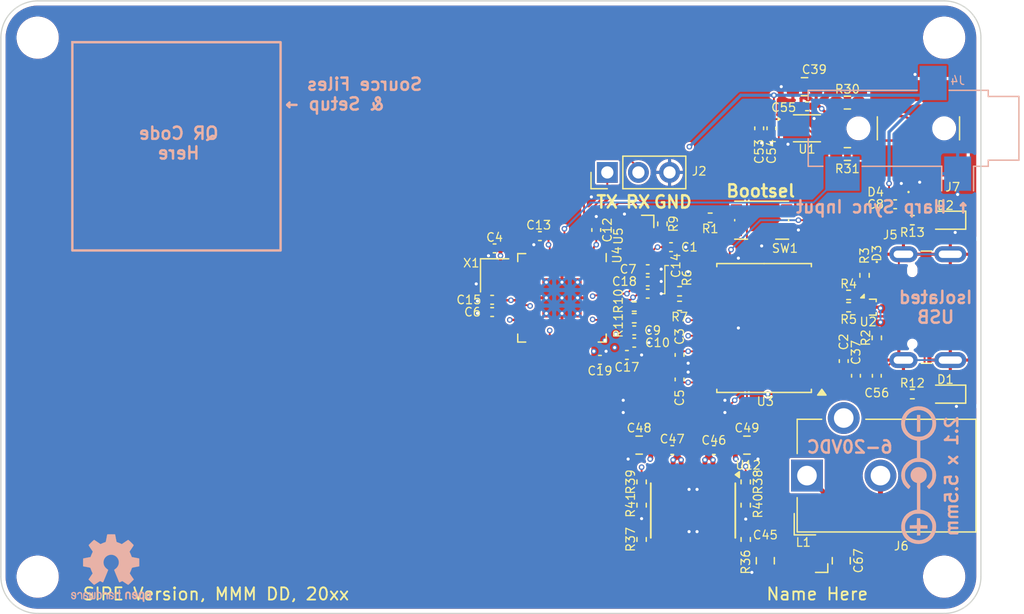
<source format=kicad_pcb>
(kicad_pcb (version 20240108) (generator "pcbnew") (generator_version "8.0")
  (layers (0 "F.Cu" signal) (1 "In1.Cu" power) (2 "In2.Cu" power) (31 "B.Cu" signal) (34 "B.Paste" user) (35 "F.Paste" user) (36 "B.SilkS" user "B.Silkscreen") (37 "F.SilkS" user "F.Silkscreen") (38 "B.Mask" user) (39 "F.Mask" user) (44 "Edge.Cuts" user))
  (net 0 "")
  (net 1 "GND")
  (net 2 "GND1")
  (net 3 "/Harp Core RP2040 + Isolated USB/VDD1")
  (net 4 "+1V1")
  (net 5 "+5V")
  (net 6 "IN1")
  (net 7 "Net-(U12-BYP1)")
  (net 8 "Net-(U12-BYP2)")
  (net 9 "Net-(D1-A)")
  (net 10 "Net-(D2-A)")
  (net 11 "/Harp Core RP2040 + Isolated USB/UART0_TXD")
  (net 12 "/Harp Core RP2040 + Isolated USB/UART0_RXD")
  (net 13 "/Harp Core RP2040 + Isolated USB/HARP_CLK_SYNC")
  (net 14 "VBUS")
  (net 15 "Net-(J5-CC1)")
  (net 16 "/Harp Core RP2040 + Isolated USB/D+")
  (net 17 "/Harp Core RP2040 + Isolated USB/D-")
  (net 19 "Net-(J5-CC2)")
  (net 21 "+12V")
  (net 22 "GND2")
  (net 24 "Net-(J7-In)")
  (net 25 "/Harp Core RP2040 + Isolated USB/USB_Boot")
  (net 26 "/Harp Core RP2040 + Isolated USB/QSPI_CS")
  (net 27 "Net-(U3-UD+)")
  (net 28 "Net-(U3-UD-)")
  (net 29 "Net-(U3-DD+)")
  (net 30 "/Harp Core RP2040 + Isolated USB/DD+")
  (net 31 "Net-(U3-DD-)")
  (net 32 "/Harp Core RP2040 + Isolated USB/DD-")
  (net 33 "Net-(U4-USB_DP)")
  (net 34 "Net-(U4-USB_DM)")
  (net 35 "Net-(U4-GPIO24)")
  (net 36 "Net-(U4-GPIO25)")
  (net 37 "/100KHz Sine Wave/100KHZ_IN")
  (net 38 "Net-(U12-PWRGD1)")
  (net 39 "Net-(U12-PWRGD2)")
  (net 40 "Net-(U12-ADJ1)")
  (net 41 "Net-(U12-ADJ2)")
  (net 42 "/Harp Core RP2040 + Isolated USB/PIO_SCK")
  (net 43 "/Harp Core RP2040 + Isolated USB/PIO_POCI")
  (net 44 "/Harp Core RP2040 + Isolated USB/PIO_CS")
  (net 45 "/Harp Core RP2040 + Isolated USB/FREQ_SEL_DIP")
  (net 46 "/Harp Core RP2040 + Isolated USB/GAIN_SEL_DIP")
  (net 58 "/Harp Core RP2040 + Isolated USB/TTL_OUT")
  (net 63 "/Harp Core RP2040 + Isolated USB/QSPI_D3")
  (net 64 "/Harp Core RP2040 + Isolated USB/QSPI_CLK")
  (net 65 "/Harp Core RP2040 + Isolated USB/QSPI_D0")
  (net 66 "/Harp Core RP2040 + Isolated USB/QSPI_D2")
  (net 67 "/Harp Core RP2040 + Isolated USB/QSPI_D1")
  (net 69 "Net-(U1-1B)")
  (net 70 "Net-(U1-2B)")
  (net 71 "/100KHz Sine Wave/125KHZ_IN")
  (net 73 "Net-(U4-XIN)")
  (net 78 "GAIN_SEL")
  (net 79 "+3.3V")
  (net 80 "FREQ_SEL")
  (footprint "Capacitor_SMD:C_0402_1005Metric" (layer "F.Cu") (at 145 93.4)
    (property "Reference" "C6")
    (property "Value" "100nF" (hide yes))
  )
  (footprint "LED_SMD:LED_0603_1608Metric_Pad1.05x0.95mm_HandSolder" (layer "F.Cu") (at 182 100.1 180)
    (property "Reference" "D1")
    (property "Value" "LED" (hide yes))
  )
  (footprint "Capacitor_SMD:C_0402_1005Metric" (layer "F.Cu") (at 153.8 97.3 180)
    (property "Reference" "C19")
    (property "Value" "100nF" (hide yes))
  )
  (footprint "Resistor_SMD:R_0402_1005Metric" (layer "F.Cu") (at 165.7 109.1625 90)
    (property "Reference" "R40")
    (property "Value" "100K" (hide yes))
  )
  (footprint "Capacitor_SMD:C_0402_1005Metric" (layer "F.Cu") (at 156.6 94.9)
    (property "Reference" "C9")
    (property "Value" "1uF" (hide yes))
  )
  (footprint "Connector_BarrelJack:BarrelJack_CUI_PJ-102AH_Horizontal" (layer "F.Cu") (at 170.7 106.75 90)
    (property "Reference" "J6")
    (property "Value" "Barrel_Jack_Switch" (hide yes))
  )
  (footprint "Capacitor_SMD:C_0805_2012Metric" (layer "F.Cu") (at 167.3 113.7 -90)
    (property "Reference" "C45")
    (property "Value" "3.3uF" (hide yes))
  )
  (footprint "Resistor_SMD:R_0402_1005Metric" (layer "F.Cu") (at 165.7 107.2625 -90)
    (property "Reference" "R38")
    (property "Value" "309K" (hide yes))
  )
  (footprint "Capacitor_SMD:C_0402_1005Metric" (layer "F.Cu") (at 148.9 87.2)
    (property "Reference" "C13")
    (property "Value" "100nF" (hide yes))
  )
  (footprint "Resistor_SMD:R_0402_1005Metric" (layer "F.Cu") (at 156.6 93.9)
    (property "Reference" "R11")
    (property "Value" "27" (hide yes))
  )
  (footprint "Capacitor_SMD:C_0402_1005Metric" (layer "F.Cu") (at 177.9 84.6)
    (property "Reference" "C8")
    (property "Value" "1uF" (hide yes))
  )
  (footprint "Package_TO_SOT_SMD:Texas_DRT-3" (layer "F.Cu") (at 175.8 93 -90)
    (property "Reference" "U2")
    (property "Value" "TPD2EUSB30" (hide yes))
  )
  (footprint "Resistor_SMD:R_0402_1005Metric" (layer "F.Cu") (at 157.2 107.2625 -90)
    (property "Reference" "R39")
    (property "Value" "172K" (hide yes))
  )
  (footprint "Capacitor_SMD:C_0402_1005Metric" (layer "F.Cu") (at 176.4 98.6 90)
    (property "Reference" "C56")
    (property "Value" "1uF" (hide yes))
  )
  (footprint "Capacitor_SMD:C_0402_1005Metric" (layer "F.Cu") (at 167.8 78.4 90)
    (property "Reference" "C54")
    (property "Value" "100nF" (hide yes))
  )
  (footprint "Resistor_SMD:R_0402_1005Metric" (layer "F.Cu") (at 175.4 90.4 90)
    (property "Reference" "R3")
    (property "Value" "5K1" (hide yes))
  )
  (footprint "Package_SO:VSSOP-8_2.3x2mm_P0.5mm" (layer "F.Cu") (at 170.7 78.4)
    (property "Reference" "U1")
    (property "Value" "74LVCH2T45DC" (hide yes))
  )
  (footprint "MountingHole:MountingHole_3.2mm_M3_DIN965" (layer "F.Cu") (at 181.9 115)
    (property "Reference" "REF**" (hide yes))
    (property "Value" "MountingHole_3.2mm_M3_DIN965" (hide yes))
  )
  (footprint "kicad_component_library:RP2040-QFN-56" (layer "F.Cu") (at 150.7 92.2375 -90)
    (property "Reference" "U4")
    (property "Value" "RP2040" (hide yes))
  )
  (footprint "MountingHole:MountingHole_3.2mm_M3_DIN965" (layer "F.Cu") (at 181.9 71)
    (property "Reference" "REF**" (hide yes))
    (property "Value" "MountingHole_3.2mm_M3_DIN965" (hide yes))
  )
  (footprint "Capacitor_SMD:C_0402_1005Metric" (layer "F.Cu") (at 160.3 96.9 90)
    (property "Reference" "C3")
    (property "Value" "100nF" (hide yes))
  )
  (footprint "Resistor_SMD:R_0603_1608Metric_Pad0.98x0.95mm_HandSolder" (layer "F.Cu") (at 174 76.3)
    (property "Reference" "R30")
    (property "Value" "100" (hide yes))
  )
  (footprint "Connector_USB:USB_C_Receptacle_JAE_DX07S016JA1R1500" (layer "F.Cu") (at 181.25 93 90)
    (property "Reference" "J5")
    (property "Value" "USB_C_Receptacle_USB2.0" (hide yes))
  )
  (footprint "Resistor_SMD:R_0402_1005Metric" (layer "F.Cu") (at 160.3 92.9 180)
    (property "Reference" "R7")
    (property "Value" "24" (hide yes))
  )
  (footprint "kicad_component_library:SW_Push_1P1T-SH_NO_Vertical_Wuerth_WS-TASV" (layer "F.Cu") (at 167 85.9 180)
    (property "Reference" "SW1")
    (property "Value" "~" (hide yes))
  )
  (footprint "Capacitor_SMD:C_0402_1005Metric" (layer "F.Cu") (at 173.7 97.4 90)
    (property "Reference" "C2")
    (property "Value" "100nF" (hide yes))
  )
  (footprint "MountingHole:MountingHole_3.2mm_M3_DIN965" (layer "F.Cu") (at 107.9 71)
    (property "Reference" "REF**" (hide yes))
    (property "Value" "MountingHole_3.2mm_M3_DIN965" (hide yes))
  )
  (footprint "Crystal:Crystal_SMD_2016-4Pin_2.0x1.6mm" (layer "F.Cu") (at 145.2 90.4 -90)
    (property "Reference" "X1")
    (property "Value" "ECS-TXO-2016" (hide yes))
  )
  (footprint "Resistor_SMD:R_0402_1005Metric" (layer "F.Cu") (at 160.3 91.7 180)
    (property "Reference" "R6")
    (property "Value" "24" (hide yes))
  )
  (footprint "Resistor_SMD:R_0402_1005Metric" (layer "F.Cu") (at 179.3 100.1)
    (property "Reference" "R12")
    (property "Value" "680" (hide yes))
  )
  (footprint "Diode_SMD:D_0402_1005Metric" (layer "F.Cu") (at 176.4 90.4 -90)
    (property "Reference" "D3")
    (property "Value" "D_TVS" (hide yes))
  )
  (footprint "Capacitor_SMD:C_0402_1005Metric" (layer "F.Cu") (at 157.7 91.9 180)
    (property "Reference" "C14")
    (property "Value" "100nF" (hide yes))
  )
  (footprint "MountingHole:MountingHole_3.2mm_M3_DIN965" (layer "F.Cu") (at 107.9 115)
    (property "Reference" "REF**" (hide yes))
    (property "Value" "MountingHole_3.2mm_M3_DIN965" (hide yes))
  )
  (footprint "Resistor_SMD:R_0402_1005Metric" (layer "F.Cu") (at 174.1 92 180)
    (property "Reference" "R4")
    (property "Value" "24" (hide yes))
  )
  (footprint "LED_SMD:LED_0603_1608Metric_Pad1.05x0.95mm_HandSolder" (layer "F.Cu") (at 182 85.9 180)
    (property "Reference" "D2")
    (property "Value" "LED" (hide yes))
  )
  (footprint "Capacitor_SMD:C_0402_1005Metric" (layer "F.Cu") (at 157.7 90.9 180)
    (property "Reference" "C18")
    (property "Value" "100nF" (hide yes))
  )
  (footprint "Capacitor_SMD:C_0402_1005Metric" (layer "F.Cu") (at 156.6 95.9)
    (property "Reference" "C10")
    (property "Value" "1uF" (hide yes))
  )
  (footprint "Resistor_SMD:R_0402_1005Metric" (layer "F.Cu") (at 174.1 93 180)
    (property "Reference" "R5")
    (property "Value" "24" (hide yes))
  )
  (footprint "Capacitor_SMD:C_0805_2012Metric" (layer "F.Cu") (at 157 104.2625 180)
    (property "Reference" "C48")
    (property "Value" "10uF" (hide yes))
  )
  (footprint "Capacitor_SMD:C_0402_1005Metric" (layer "F.Cu") (at 174.7 98.6 -90)
    (property "Reference" "C37")
    (property "Value" "100nF" (hide yes))
  )
  (footprint "Resistor_SMD:R_0402_1005Metric" (layer "F.Cu") (at 158.9 86.2 -90)
    (property "Reference" "R9")
    (property "Value" "10K" (hide yes))
  )
  (footprint "Fiducial:Fiducial_0.5mm_Mask1mm" (layer "F.Cu") (at 177.9 115)
    (property "Reference" "FID2" (hide yes))
    (property "Value" "Fiducial" (hide yes))
  )
  (footprint "Capacitor_SMD:C_0402_1005Metric" (layer "F.Cu") (at 159.6 88.1 180)
    (property "Reference" "C1")
    (property "Value" "100nF" (hide yes))
  )
  (footprint "Capacitor_SMD:C_0805_2012Metric" (layer "F.Cu") (at 170.5 75 180)
    (property "Reference" "C39")
    (property "Value" "10uF" (hide yes))
  )
  (footprint "Resistor_SMD:R_0402_1005Metric" (layer "F.Cu") (at 157.2 109.1625 90)
    (property "Reference" "R41")
    (property "Value" "100K" (hide yes))
  )
  (footprint "Capacitor_SMD:C_0402_1005Metric" (layer "F.Cu") (at 153.5 86.7 -90)
    (property "Reference" "C12")
    (property "Value" "100nF" (hide yes))
  )
  (footprint "Capacitor_SMD:C_0402_1005Metric" (layer "F.Cu") (at 145 92.4)
    (property "Reference" "C15")
    (property "Value" "100nF" (hide yes))
  )
  (footprint "Package_SO:SOIC-16W_7.5x10.3mm_P1.27mm" (layer "F.Cu") (at 167.2 94.7 180)
    (property "Reference" "U3")
    (property "Value" "ADUM4160" (hide yes))
  )
  (footprint "Capacitor_SMD:C_0402_1005Metric" (layer "F.Cu") (at 163.1 104.6625)
    (property "Reference" "C46")
    (property "Value" "10nF" (hide yes))
  )
  (footprint "Capacitor_SMD:C_0402_1005Metric" (layer "F.Cu") (at 170.7 76.6)
    (property "Reference" "C55")
    (property "Value" "100nF" (hide yes))
  )
  (footprint "Capacitor_SMD:C_0402_1005Metric" (layer "F.Cu") (at 159.7 104.6625 180)
    (property "Reference" "C47")
    (property "Value" "10nF" (hide yes))
  )
  (footprint "kicad_component_library:SMA_TE_Connectivity_CONSMA002-SMD-G-T_Horizontal" (layer "F.Cu") (at 179.8 78.4 180)
    (property "Reference" "J7")
    (property "Value" "Conn_Coaxial" (hide yes))
  )
  (footprint "Resistor_SMD:R_0402_1005Metric" (layer "F.Cu") (at 157.2 111.9625 90)
    (property "Reference" "R37")
    (property "Value" "1M" (hide yes))
  )
  (footprint "Resistor_SMD:R_0402_1005Metric" (layer "F.Cu") (at 156.6 92.95)
    (property "Reference" "R10")
    (property "Value" "27" (hide yes))
  )
  (footprint "Capacitor_SMD:C_0402_1005Metric" (layer "F.Cu") (at 156 96.9 180)
    (property "Reference" "C17")
    (property "Value" "100nF" (hide yes))
  )
  (footprint "Resistor_SMD:R_0402_1005Metric" (layer "F.Cu") (at 179.3 85.9)
    (property "Reference" "R13")
    (property "Value" "680" (hide yes))
  )
  (footprint "Diode_SMD:D_0402_1005Metric" (layer "F.Cu") (at 177.9 83.6 180)
    (property "Reference" "D4")
    (property "Value" "D_TVS" (hide yes))
  )
  (footprint "Resistor_SMD:R_0402_1005Metric" (layer "F.Cu") (at 176.4 95.5 -90)
    (property "Reference" "R2")
    (property "Value" "5K1" (hide yes))
  )
  (footprint "Package_SO:ETSSOP-20-1EP_4.4x6.5mm_P0.65mm_EP3x4.2mm" (layer "F.Cu") (at 161.4 109.6 -90)
    (property "Reference" "U12")
    (property "Value" "LT3030" (hide yes))
  )
  (footprint "Capacitor_SMD:C_0805_2012Metric" (layer "F.Cu") (at 173.5 113.7 -90)
    (property "Reference" "C67")
    (property "Value" "3.3uF" (hide yes))
  )
  (footprint "Capacitor_SMD:C_0402_1005Metric" (layer "F.Cu") (at 166.8 78.4 -90)
    (property "Reference" "C53")
    (property "Value" "1uF" (hide yes))
  )
  (footprint "Capacitor_SMD:C_0402_1005Metric" (layer "F.Cu") (at 160.3 98.9 -90)
    (property "Reference" "C5")
    (property "Value" "100nF" (hide yes))
  )
  (footprint "Resistor_SMD:R_0603_1608Metric_Pad0.98x0.95mm_HandSolder" (layer "F.Cu") (at 174 80.5)
    (property "Reference" "R31")
    (property "Value" "100" (hide yes))
  )
  (footprint "Resistor_SMD:R_0402_1005Metric" (layer "F.Cu") (at 165.7 111.9625 90)
    (property "Reference" "R36")
    (property "Value" "1M" (hide yes))
  )
  (footprint "Capacitor_SMD:C_0805_2012Metric" (layer "F.Cu") (at 165.8 104.2625)
    (property "Reference" "C49")
    (property "Value" "22uF" (hide yes))
  )
  (footprint "Connector_PinHeader_2.54mm:PinHeader_1x03_P2.54mm_Vertical" (layer "F.Cu") (at 154.4 82 90)
    (property "Reference" "J2")
    (property "Value" "Conn_01x03_Male" (hide yes))
  )
  (footprint "Fiducial:Fiducial_0.5mm_Mask1mm" (layer "F.Cu") (at 111.9 115)
    (property "Reference" "FID1" (hide yes))
    (property "Value" "Fiducial" (hide yes))
  )
  (footprint "kicad_component_library:Winbond-8USON-2x3mm" (layer "F.Cu") (at 157 87.2 -90)
    (property "Reference" "U5")
    (property "Value" "W25Q16JVUXIQ" (hide yes))
  )
  (footprint "kicad_component_library:L_CommonModeChoke_TDKCorporation_1210" (layer "F.Cu") (at 170.4 113.7 180)
    (property "Reference" "L1")
    (property "Value" "L_Coupled_1423" (hide yes))
  )
  (footprint "Fiducial:Fiducial_0.5mm_Mask1mm" (layer "F.Cu") (at 177.9 71)
    (property "Reference" "FID3" (hide yes))
    (property "Value" "Fiducial" (hide yes))
  )
  (footprint "Capacitor_SMD:C_0402_1005Metric" (layer "F.Cu") (at 157.7 89.9 180)
    (property "Reference" "C7")
    (property "Value" "100nF" (hide yes))
  )
  (footprint "Capacitor_SMD:C_0402_1005Metric" (layer "F.Cu") (at 145.2 88.2)
    (property "Reference" "C4")
    (property "Value" "10nF" (hide yes))
  )
  (footprint "Resistor_SMD:R_0402_1005Metric" (layer "F.Cu") (at 162.8 85.7 180)
    (property "Reference" "R1")
    (property "Value" "1K" (hide yes))
  )
  (footprint "LOGO" (layer "B.Cu") (at 179.8 106.7 -90)
    (property "Reference" "G3" (hide yes))
    (property "Value" "LOGO" (hide yes))
  )
  (footprint "Symbol:OSHW-Logo2_7.3x6mm_SilkScreen" (layer "B.Cu") (at 113.9 114.3 180)
    (property "Reference" "REF1" (hide yes))
    (property "Value" "OSHW-Logo2_7.3x6mm_SilkScreen" (hide yes))
  )
  (footprint "Connector_Audio:Jack_3.5mm_CUI_SJ-3524-SMT_Horizontal" (layer "B.Cu") (at 179.4 78.4 90)
    (property "Reference" "J4")
    (property "Value" "AudioJack3")
  )
  (gr_rect (start 110.73 71.37) (end 127.73 88.37) (stroke (width 0.2)) (fill none) (layer "B.SilkS"))
  (gr_line (start 158.9 91.9) (end 159.1 91.9) (stroke (width 0.1)) (layer "F.SilkS"))
  (gr_line (start 159.1 91.9) (end 159.1 89.6) (stroke (width 0.1)) (layer "F.SilkS"))
  (gr_line (start 159.1 89.6) (end 159.4 89.6) (stroke (width 0.1)) (layer "F.SilkS"))
  (gr_line (start 184.9 115) (end 184.9 71) (stroke (width 0.1)) (layer "Edge.Cuts"))
  (gr_arc (start 104.9 71) (mid 105.77868 68.87868) (end 107.9 68) (stroke (width 0.1)) (layer "Edge.Cuts"))
  (gr_arc (start 107.9 118) (mid 105.77868 117.12132) (end 104.9 115) (stroke (width 0.1)) (layer "Edge.Cuts"))
  (gr_line (start 107.9 118) (end 181.9 118) (stroke (width 0.1)) (layer "Edge.Cuts"))
  (gr_arc (start 184.9 115) (mid 184.02132 117.12132) (end 181.9 118) (stroke (width 0.1)) (layer "Edge.Cuts"))
  (gr_line (start 181.9 68) (end 107.9 68) (stroke (width 0.1)) (layer "Edge.Cuts"))
  (gr_arc (start 181.9 68) (mid 184.02132 68.87868) (end 184.9 71) (stroke (width 0.1)) (layer "Edge.Cuts"))
  (gr_line (start 104.9 71) (end 104.9 115) (stroke (width 0.1)) (layer "Edge.Cuts"))
  (gr_text "6-20VDC" (at 177.8 105 0) (layer "B.SilkS") (effects (font (size 1 1) (thickness 0.2) (bold yes)) (justify left bottom mirror)))
  (gr_text "Source Files\n    & Setup →" (at 139.4 77 0) (layer "B.SilkS") (effects (font (size 1 1) (thickness 0.2) (bold yes)) (justify left bottom mirror)))
  (gr_text "↑ Harp Sync Input" (at 184.2 85.4 0) (layer "B.SilkS") (effects (font (size 1 1) (thickness 0.2) (bold yes)) (justify left bottom mirror)))
  (gr_text "QR Code\nHere" (at 119.4 81 0) (layer "B.SilkS") (effects (font (size 1 1) (thickness 0.2) (bold yes)) (justify bottom mirror)))
  (gr_text "Isolated\nUSB" (at 181.2 94.4 0) (layer "B.SilkS") (effects (font (size 1 1) (thickness 0.2) (bold yes)) (justify bottom mirror)))
  (gr_text "2.1 x 5.5mm" (at 183.1 101.8 90) (layer "B.SilkS") (effects (font (size 1 1) (thickness 0.2) (bold yes)) (justify left bottom mirror)))
  (gr_text "Bootsel" (at 164 84.1 0) (layer "F.SilkS") (effects (font (size 1 1) (thickness 0.2) (bold yes)) (justify left bottom)))
  (gr_text "TX" (at 153.4 85 0) (layer "F.SilkS") (effects (font (size 1 1) (thickness 0.2) (bold yes)) (justify left bottom)))
  (gr_text "GND" (at 158.1 85 0) (layer "F.SilkS") (effects (font (size 1 1) (thickness 0.2) (bold yes)) (justify left bottom)))
  (gr_text "Name Here" (at 167.3 117 0) (layer "F.SilkS") (effects (font (size 1 1)) (justify left bottom)))
  (gr_text "SIPE Version, MMM DD, 20xx" (at 111.5 117 0) (layer "F.SilkS") (effects (font (size 1 1)) (justify left bottom)))
  (gr_text "RX" (at 155.8 85 0) (layer "F.SilkS") (effects (font (size 1 1) (thickness 0.2) (bold yes)) (justify left bottom)))
  (segment (start 161.375 97.875) (end 162.55 97.875) (width 0.1524) (layer "F.Cu") (net 1))
  (segment (start 165.7 110.3) (end 165.7 109.6725) (width 0.1524) (layer "F.Cu") (net 1))
  (segment (start 166.8 79.4) (end 166.8 78.88) (width 0.1524) (layer "F.Cu") (net 1))
  (segment (start 168.6 75) (end 169.55 75) (width 0.1524) (layer "F.Cu") (net 1))
  (segment (start 158.8 89.9) (end 158.3675 89.9) (width 0.1524) (layer "F.Cu") (net 1))
  (segment (start 166.2 114.65) (end 167.3 114.65) (width 0.4) (layer "F.Cu") (net 1))
  (segment (start 143.7 91.1) (end 144.65 91.1) (width 0.1524) (layer "F.Cu") (net 1))
  (segment (start 157.2 109.6725) (end 157.2 110.2625) (width 0.1524) (layer "F.Cu") (net 1))
  (segment (start 182.9 100.125) (end 182.875 100.1) (width 0.1524) (layer "F.Cu") (net 1))
  (segment (start 161.075 111.325) (end 161.075 109.925) (width 0.4) (layer "F.Cu") (net 1))
  (segment (start 148.4 87.9) (end 148.4 87.22) (width 0.1524) (layer "F.Cu") (net 1))
  (segment (start 161.075 106.65) (end 161.075 107.875) (width 0.4) (layer "F.Cu") (net 1))
  (segment (start 144.7 88.8) (end 144.72 88.78) (width 0.1524) (layer "F.Cu") (net 1))
  (segment (start 179.9 82.8) (end 179.9 82.3) (width 0.4) (layer "F.Cu") (net 1))
  (segment (start 167.675 114.275) (end 167.3 114.65) (width 0.4) (layer "F.Cu") (net 1))
  (segment (start 154.28 97.3) (end 154.3 97.28) (width 0.1524) (layer "F.Cu") (net 1))
  (segment (start 178.4 82.9) (end 178.4 84.58) (width 0.1524) (layer "F.Cu") (net 1))
  (segment (start 178.4 84.58) (end 178.38 84.6) (width 0.1524) (layer "F.Cu") (net 1))
  (segment (start 144.42 92.5) (end 144.52 92.4) (width 0.1524) (layer "F.Cu") (net 1))
  (segment (start 149.7 91.2375) (end 147.2625 91.2375) (width 0.1524) (layer "F.Cu") (net 1))
  (segment (start 161.155 90.255) (end 162.55 90.255) (width 0.1524) (layer "F.Cu") (net 1))
  (segment (start 157.08 95.9) (end 157.8 95.9) (width 0.1524) (layer "F.Cu") (net 1))
  (segment (start 153.5 85.6) (end 153.5 86.22) (width 0.1524) (layer "F.Cu") (net 1))
  (segment (start 155.8 85.4) (end 155.8 85.5) (width 0.1524) (layer "F.Cu") (net 1))
  (segment (start 144.72 88.78) (end 144.72 88.2) (width 0.1524) (layer "F.Cu") (net 1))
  (segment (start 179.519498 74.480502) (end 178.5 75.5) (width 0.4) (layer "F.Cu") (net 1))
  (segment (start 169.15 79.7) (end 169.15 79.15) (width 0.1524) (layer "F.Cu") (net 1))
  (segment (start 166.7 105.4) (end 166.75 105.35) (width 0.1524) (layer "F.Cu") (net 1))
  (segment (start 161 98.25) (end 161.375 97.875) (width 0.1524) (layer "F.Cu") (net 1))
  (segment (start 160.42 98.3) (end 160.3 98.42) (width 0.1524) (layer "F.Cu") (net 1))
  (segment (start 161.725 111.325) (end 161.725 109.925) (width 0.4) (layer "F.Cu") (net 1))
  (segment (start 161.725 106.65) (end 161.725 107.875) (width 0.4) (layer "F.Cu") (net 1))
  (segment (start 161.725 109.925) (end 161.4 109.6) (width 0.4) (layer "F.Cu") (net 1))
  (segment (start 161.725 107.875) (end 161.725 109.275) (width 0.4) (layer "F.Cu") (net 1))
  (segment (start 161.725 109.275) (end 161.4 109.6) (width 0.4) (layer "F.Cu") (net 1))
  (segment (start 161 98.3) (end 160.42 98.3) (width 0.1524) (layer "F.Cu") (net 1))
  (segment (start 160.08 88.1) (end 160.8 88.1) (width 0.1524) (layer "F.Cu") (net 1))
  (segment (start 155.8 85.5) (end 156.25 85.95) (width 0.1524) (layer "F.Cu") (net 1))
  (segment (start 161 98.3) (end 161 98.25) (width 0.1524) (layer "F.Cu") (net 1))
  (segment (start 182.875 86.825) (end 182.875 85.9) (width 0.1524) (layer "F.Cu") (net 1))
  (segment (start 182.8 86.9) (end 182.875 86.825) (width 0.1524) (layer "F.Cu") (net 1))
  (segment (start 161 90.1) (end 161.155 90.255) (width 0.1524) (layer "F.Cu") (net 1))
  (segment (start 167 79.6) (end 166.8 79.4) (width 0.1524) (layer "F.Cu") (net 1))
  (segment (start 148.4 87.22) (end 148.42 87.2) (width 0.1524) (layer "F.Cu") (net 1))
  (segment (start 170.22 76.72) (end 170.22 76.6) (width 0.1524) (layer "F.Cu") (net 1))
  (segment (start 160.495 97.575) (end 160.3 97.38) (width 0.1524) (layer "F.Cu") (net 1))
  (segment (start 161.075 112.55) (end 161.075 111.325) (width 0.4) (layer "F.Cu") (net 1))
  (segment (start 171.1 77.6) (end 170.22 76.72) (width 0.1524) (layer "F.Cu") (net 1))
  (segment (start 166.75 105.35) (end 166.75 104.2625) (width 0.1524) (layer "F.Cu") (net 1))
  (segment (start 178.5 75.5) (end 177.2 75.5) (width 0.4) (layer "F.Cu") (net 1))
  (segment (start 161 97.575) (end 160.495 97.575) (width 0.1524) (layer "F.Cu") (net 1))
  (segment (start 158.8 90.9) (end 158.3675 90.9) (width 0.1524) (layer "F.Cu") (net 1))
  (segment (start 167 88) (end 167 87.325) (width 0.1524) (layer "F.Cu") (net 1))
  (segment (start 161.075 97.575) (end 161.375 97.875) (width 0.1524) (layer "F.Cu") (net 1))
  (segment (start 167.8 79.6) (end 167.8 78.88) (width 0.1524) (layer "F.Cu") (net 1))
  (segment (start 161.075 109.925) (end 161.4 109.6) (width 0.4) (layer "F.Cu") (net 1))
  (segment (start 143.9 93.4) (end 144.52 93.4) (width 0.1524) (layer "F.Cu") (net 1))
  (segment (start 169 114.275) (end 167.675 114.275) (width 0.4) (layer "F.Cu") (net 1))
  (segment (start 171.280502 77.6) (end 171.1 77.6) (width 0.1524) (layer "F.Cu") (net 1))
  (segment (start 156.1 105.4) (end 156.05 105.35) (width 0.1524) (layer "F.Cu") (net 1))
  (segment (start 180.9 81.3) (end 182.4 81.3) (width 0.4) (layer "F.Cu") (net 1))
  (segment (start 143.8 93.5) (end 143.9 93.4) (width 0.1524) (layer "F.Cu") (net 1))
  (segment (start 161 97.575) (end 161.075 97.575) (width 0.1524) (layer "F.Cu") (net 1))
  (segment (start 169.05 86.7) (end 170 86.7) (width 0.1524) (layer "F.Cu") (net 1))
  (segment (start 182.9 101.1) (end 182.9 100.125) (width 0.1524) (layer "F.Cu") (net 1))
  (segment (start 154.3 97.28) (end 154.3 96.6) (width 0.1524) (layer "F.Cu") (net 1))
  (segment (start 161.725 112.55) (end 161.725 111.325) (width 0.4) (layer "F.Cu") (net 1))
  (segment (start 143.8 92.5) (end 144.42 92.5) (width 0.1524) (layer "F.Cu") (net 1))
  (segment (start 179.9 82.3) (end 180.9 81.3) (width 0.4) (layer "F.Cu") (net 1))
  (segment (start 161.075 109.275) (end 161.4 109.6) (width 0.4) (layer "F.Cu") (net 1))
  (segment (start 179.519498 74) (end 179.519498 74.480502) (width 0.4) (layer "F.Cu") (net 1))
  (segment (start 157.8 94.9) (end 157.08 94.9) (width 0.1524) (layer "F.Cu") (net 1))
  (segment (start 150.7 92.2375) (end 149.7 91.2375) (width 0.1524) (layer "F.Cu") (net 1))
  (segment (start 156.05 105.35) (end 156.05 104.2625) (width 0.1524) (layer "F.Cu") (net 1))
  (segment (start 161.075 107.875) (end 161.075 109.275) (width 0.4) (layer "F.Cu") (net 1))
  (segment (start 158.8 91.9) (end 158.3675 91.9) (width 0.1524) (layer "F.Cu") (net 1))
  (segment (start 156.48 96.9) (end 157.2 96.9) (width 0.1524) (layer "F.Cu") (net 1))
  (via (at 164 100.6) (size 0.4572) (drill 0.254) (layers "F.Cu" "B.Cu") (net 1))
  (via (at 179.519498 74) (size 0.4572) (drill 0.254) (layers "F.Cu" "B.Cu") (net 1))
  (via (at 167.8 79.6) (size 0.4572) (drill 0.254) (layers "F.Cu" "B.Cu") (net 1))
  (via (at 154.3 96.6) (size 0.4572) (drill 0.254) (layers "F.Cu" "B.Cu") (net 1))
  (via (at 182.9 101.1) (size 0.4572) (drill 0.254) (layers "F.Cu" "B.Cu") (net 1))
  (via (at 161 97.575) (size 0.4572) (drill 0.254) (layers "F.Cu" "B.Cu") (net 1))
  (via (at 182.8 86.9) (size 0.4572) (drill 0.254) (layers "F.Cu" "B.Cu") (net 1))
  (via (at 183 83.8) (size 0.4572) (drill 0.254) (layers "F.Cu" "B.Cu") (net 1))
  (via (at 158.8 89.9) (size 0.4572) (drill 0.254) (layers "F.Cu" "B.Cu") (net 1))
  (via (at 158.8 91.9) (size 0.4572) (drill 0.254) (layers "F.Cu" "B.Cu") (net 1))
  (via (at 170 86.7) (size 0.4572) (drill 0.254) (layers "F.Cu" "B.Cu") (net 1))
  (via (at 155.8 85.4) (size 0.4572) (drill 0.254) (layers "F.Cu" "B.Cu") (net 1))
  (via (at 161.075 111.325) (size 0.4572) (drill 0.254) (layers "F.Cu" "B.Cu") (net 1))
  (via (at 157.2 110.2625) (size 0.4572) (drill 0.254) (layers "F.Cu" "B.Cu") (net 1))
  (via (at 168.6 75) (size 0.4572) (drill 0.254) (layers "F.Cu" "B.Cu") (net 1))
  (via (at 167 88) (size 0.4572) (drill 0.254) (layers "F.Cu" "B.Cu") (net 1))
  (via (at 143.8 93.5) (size 0.4572) (drill 0.254) (layers "F.Cu" "B.Cu") (net 1))
  (via (at 161 90.1) (size 0.4572) (drill 0.254) (layers "F.Cu" "B.Cu") (net 1))
  (via (at 166.7 105.4) (size 0.4572) (drill 0.254) (layers "F.Cu" "B.Cu") (net 1))
  (via (at 164 101.6) (size 0.4572) (drill 0.254) (layers "F.Cu" "B.Cu") (net 1))
  (via (at 161.725 111.325) (size 0.4572) (drill 0.254) (layers "F.Cu" "B.Cu") (net 1))
  (via (at 153.1 84) (size 0.4572) (drill 0.254) (layers "F.Cu" "B.Cu") (net 1))
  (via (at 171.280502 77.6) (size 0.4572) (drill 0.254) (layers "F.Cu" "B.Cu") (net 1))
  (via (at 143.7 91.1) (size 0.4572) (drill 0.254) (layers "F.Cu" "B.Cu") (net 1))
  (via (at 161 98.3) (size 0.4572) (drill 0.254) (layers "F.Cu" "B.Cu") (net 1))
  (via (at 179.9 82.8) (size 0.4572) (drill 0.254) (layers "F.Cu" "B.Cu") (net 1))
  (via (at 143.8 92.5) (size 0.4572) (drill 0.254) (layers "F.Cu" "B.Cu") (net 1))
  (via (at 155.7 100.6) (size 0.4572) (drill 0.254) (layers "F.Cu" "B.Cu") (net 1))
  (via (at 157.8 94.9) (size 0.4572) (drill 0.254) (layers "F.Cu" "B.Cu") (net 1))
  (via (at 166.2 114.65) (size 0.4572) (drill 0.254) (layers "F.Cu" "B.Cu") (net 1))
  (via (at 144.7 88.8) (size 0.4572) (drill 0.254) (layers "F.Cu" "B.Cu") (net 1))
  (via (at 165.7 110.3) (size 0.4572) (drill 0.254) (layers "F.Cu" "B.Cu") (net 1))
  (via (at 178.4 82.9) (size 0.4572) (drill 0.254) (layers "F.Cu" "B.Cu") (net 1))
  (via (at 157.2 96.9) (size 0.4572) (drill 0.254) (layers "F.Cu" "B.Cu") (net 1))
  (via (at 165.1 89) (size 0.4572) (drill 0.254) (layers "F.Cu" "B.Cu") (net 1))
  (via (at 157.8 95.9) (size 0.4572) (drill 0.254) (layers "F.Cu" "B.Cu") (net 1))
  (via (at 167 79.6) (size 0.4572) (drill 0.254) (layers "F.Cu" "B.Cu") (net 1))
  (via (at 153.5 85.6) (size 0.4572) (drill 0.254) (layers "F.Cu" "B.Cu") (net 1))
  (via (at 161.725 107.875) (size 0.4572) (drill 0.254) (layers "F.Cu" "B.Cu") (net 1))
  (via (at 161.075 107.875) (size 0.4572) (drill 0.254) (layers "F.Cu" "B.Cu") (net 1))
  (via (at 155.7 101.6) (size 0.4572) (drill 0.254) (layers "F.Cu" "B.Cu") (net 1))
  (via (at 165.1 94.7) (size 0.4572) (drill 0.254) (layers "F.Cu" "B.Cu") (net 1))
  (via (at 160.8 88.1) (size 0.4572) (drill 0.254) (layers "F.Cu" "B.Cu") (net 1))
  (via (at 169.15 79.7) (size 0.4572) (drill 0.254) (layers "F.Cu" "B.Cu") (net 1))
  (via (at 156.1 105.4) (size 0.4572) (drill 0.254) (layers "F.Cu" "B.Cu") (net 1))
  (via (at 158.8 90.9) (size 0.4572) (drill 0.254) (layers "F.Cu" "B.Cu") (net 1))
  (via (at 148.4 87.9) (size 0.4572) (drill 0.254) (layers "F.Cu" "B.Cu") (net 1))
  (segment (start 183 82.1) (end 183 83.8) (width 0.1524) (layer "B.Cu") (net 1))
  (segment (start 176.9225 96.01) (end 176.4 96.01) (width 0.1524) (layer "F.Cu") (net 2))
  (segment (start 170.3 90.6) (end 170.3 97.5) (width 0.1524) (layer "F.Cu") (net 2))
  (segment (start 176.4 89.915) (end 175.425 89.915) (width 0.1524) (layer "F.Cu") (net 2))
  (segment (start 178.2 96.945) (end 178.575 97.32) (width 0.1524) (layer "F.Cu") (net 2))
  (segment (start 178.2 89.9) (end 178.015 89.715) (width 0.1524) (layer "F.Cu") (net 2))
  (segment (start 176.4 98.12) (end 174.7 98.12) (width 0.1524) (layer "F.Cu") (net 2))
  (segment (start 176.4 89.915) (end 176.415 89.9) (width 0.1524) (layer "F.Cu") (net 2))
  (segment (start 175.425 89.915) (end 175.4 89.89) (width 0.1524) (layer "F.Cu") (net 2))
  (segment (start 172.71 89.89) (end 172.345 90.255) (width 0.1524) (layer "F.Cu") (net 2))
  (segment (start 176.415 89.9) (end 178.2 89.9) (width 0.1524) (layer "F.Cu") (net 2))
  (segment (start 176.4 89.915) (end 176.315 89.915) (width 0.1524) (layer "F.Cu") (net 2))
  (segment (start 178.2 89.9) (end 178.2 89.055) (width 0.1524) (layer "F.Cu") (net 2))
  (segment (start 170.645 90.255) (end 170.3 90.6) (width 0.1524) (layer "F.Cu") (net 2))
  (segment (start 173.695 97.875) (end 171.85 97.875) (width 0.1524) (layer "F.Cu") (net 2))
  (segment (start 170.675 97.875) (end 171.85 97.875) (width 0.1524) (layer "F.Cu") (net 2))
  (segment (start 177.78 97.32) (end 178.575 97.32) (width 0.1524) (layer "F.Cu") (net 2))
  (segment (start 173.7 97.88) (end 173.695 97.875) (width 0.1524) (layer "F.Cu") (net 2))
  (segment (start 176.6219 93) (end 176.7 93.0781) (width 0.1524) (layer "F.Cu") (net 2))
  (segment (start 175.4 89.89) (end 172.71 89.89) (width 0.1524) (layer "F.Cu") (net 2))
  (segment (start 176.4 98.12) (end 176.98 98.12) (width 0.1524) (layer "F.Cu") (net 2))
  (segment (start 173.94 98.12) (end 173.7 97.88) (width 0.1524) (layer "F.Cu") (net 2))
  (segment (start 178.2 96.1) (end 178.2 96.945) (width 0.1524) (layer "F.Cu") (net 2))
  (segment (start 174.7 98.12) (end 173.94 98.12) (width 0.1524) (layer "F.Cu") (net 2))
  (segment (start 176.315 89.915) (end 176.3 89.9) (width 0.1524) (layer "F.Cu") (net 2))
  (segment (start 178.2 96.1) (end 177.0125 96.1) (width 0.1524) (layer "F.Cu") (net 2))
  (segment (start 176.225 93) (end 176.6219 93) (width 0.1524) (layer "F.Cu") (net 2))
  (segment (start 176.98 98.12) (end 177.78 97.32) (width 0.1524) (layer "F.Cu") (net 2))
  (segment (start 172.345 90.255) (end 171.85 90.255) (width 0.1524) (layer "F.Cu") (net 2))
  (segment (start 171.85 90.255) (end 170.645 90.255) (width 0.1524) (layer "F.Cu") (net 2))
  (segment (start 178.2 89.055) (end 178.575 88.68) (width 0.1524) (layer "F.Cu") (net 2))
  (segment (start 170.3 97.5) (end 170.675 97.875) (width 0.1524) (layer "F.Cu") (net 2))
  (segment (start 177.0125 96.1) (end 176.9225 96.01) (width 0.1524) (layer "F.Cu") (net 2))
  (via (at 176.7 93.0781) (size 0.4572) (drill 0.254) (layers "F.Cu" "B.Cu") (net 2))
  (via (at 176.7 94.2305) (size 0.4572) (drill 0.254) (layers "F.Cu" "B.Cu") (net 2))
  (segment (start 182.4 97.32) (end 178.575 97.32) (width 0.1524) (layer "B.Cu") (net 2))
  (segment (start 176.7 93.0781) (end 176.7 94.2305) (width 0.1524) (layer "B.Cu") (net 2))
  (segment (start 182.4 88.68) (end 178.575 88.68) (width 0.1524) (layer "B.Cu") (net 2))
  (segment (start 173.385 96.605) (end 171.85 96.605) (width 0.1524) (layer "F.Cu") (net 3))
  (segment (start 171.85 96.605) (end 171.85 95.335) (width 0.1524) (layer "F.Cu") (net 3))
  (segment (start 173.7 96.92) (end 173.385 96.605) (width 0.1524) (layer "F.Cu") (net 3))
  (segment (start 171.85 94.065) (end 171.85 95.335) (width 0.1524) (layer "F.Cu") (net 3))
  (segment (start 153.2625 92.0375) (end 153.2 92.1) (width 0.1524) (layer "F.Cu") (net 4))
  (segment (start 157.075 89.9) (end 154.9375 92.0375) (width 0.1524) (layer "F.Cu") (net 4))
  (segment (start 155.0975 94.0375) (end 155.96 94.9) (width 0.1524) (layer "F.Cu") (net 4))
  (segment (start 155.96 94.9) (end 156.12 94.9) (width 0.1524) (layer "F.Cu") (net 4))
  (segment (start 153.2375 94.0375) (end 153.2 94) (width 0.1524) (layer "F.Cu") (net 4))
  (segment (start 154.1375 94.0375) (end 153.2375 94.0375) (width 0.1524) (layer "F.Cu") (net 4))
  (segment (start 146.2 93.4) (end 145.48 93.4) (width 0.1524) (layer "F.Cu") (net 4))
  (segment (start 154.1375 92.0375) (end 153.2625 92.0375) (width 0.1524) (layer "F.Cu") (net 4))
  (segment (start 157.2325 89.9) (end 157.075 89.9) (width 0.1524) (layer "F.Cu") (net 4))
  (segment (start 147.2625 92.8375) (end 148.0375 92.8375) (width 0.1524) (layer "F.Cu") (net 4))
  (segment (start 148.0375 92.8375) (end 148.1 92.9) (width 0.1524) (layer "F.Cu") (net 4))
  (segment (start 147.2625 92.8375) (end 146.7625 92.8375) (width 0.1524) (layer "F.Cu") (net 4))
  (segment (start 154.9375 92.0375) (end 154.1375 92.0375) (width 0.1524) (layer "F.Cu") (net 4))
  (segment (start 146.7625 92.8375) (end 146.2 93.4) (width 0.1524) (layer "F.Cu") (net 4))
  (segment (start 154.1375 94.0375) (end 155.0975 94.0375) (width 0.1524) (layer "F.Cu") (net 4))
  (via (at 153.2 94) (size 0.4572) (drill 0.254) (layers "F.Cu" "B.Cu") (net 4))
  (via (at 148.1 92.9) (size 0.4572) (drill 0.254) (layers "F.Cu" "B.Cu") (net 4))
  (via (at 153.2 92.1) (size 0.4572) (drill 0.254) (layers "F.Cu" "B.Cu") (net 4))
  (segment (start 171.9 76.8) (end 171.45 76.35) (width 0.25) (layer "F.Cu") (net 5))
  (segment (start 163.025 106.65) (end 163.025 105.4625) (width 0.4) (layer "F.Cu") (net 5))
  (segment (start 162.6 104.5625) (end 162.6 105.0625) (width 0.4) (layer "F.Cu") (net 5))
  (segment (start 162.6 105.0625) (end 163 105.4625) (width 0.4) (layer "F.Cu") (net 5))
  (segment (start 172.25 77.15) (end 172.25 77.65) (width 0.25) (layer "F.Cu") (net 5))
  (segment (start 164.45 103.8625) (end 163.04 103.8625) (width 0.4) (layer "F.Cu") (net 5))
  (segment (start 162.375 106.65) (end 162.375 105.4625) (width 0.4) (layer "F.Cu") (net 5))
  (segment (start 171.45 76.35) (end 171.45 75) (width 0.25) (layer "F.Cu") (net 5))
  (segment (start 171.7 76.6) (end 171.18 76.6) (width 0.25) (layer "F.Cu") (net 5))
  (segment (start 162.6 105.2375) (end 162.6 104.5625) (width 0.4) (layer "F.Cu") (net 5))
  (segment (start 171.9 76.8) (end 172.25 77.15) (width 0.25) (layer "F.Cu") (net 5))
  (segment (start 163.04 103.8625) (end 162.62 104.2825) (width 0.4) (layer "F.Cu") (net 5))
  (segment (start 163 105.4625) (end 163.025 105.4625) (width 0.4) (layer "F.Cu") (net 5))
  (segment (start 165.7 106) (end 165.7 106.7525) (width 0.1524) (layer "F.Cu") (net 5))
  (segment (start 164.85 104.2625) (end 164.85 105.35) (width 0.4) (layer "F.Cu") (net 5))
  (segment (start 164.85 104.2625) (end 164.45 103.8625) (width 0.4) (layer "F.Cu") (net 5))
  (segment (start 162.62 104.2825) (end 162.62 104.6625) (width 0.4) (layer "F.Cu") (net 5))
  (segment (start 162.6 104.6425) (end 162.6 104.5625) (width 0.4) (layer "F.Cu") (net 5))
  (segment (start 162.62 104.6625) (end 162.6 104.6425) (width 0.4) (layer "F.Cu") (net 5))
  (segment (start 162.375 105.4625) (end 162.6 105.2375) (width 0.4) (layer "F.Cu") (net 5))
  (segment (start 171.9 76.8) (end 171.7 76.6) (width 0.25) (layer "F.Cu") (net 5))
  (segment (start 164.85 105.35) (end 164.9 105.4) (width 0.4) (layer "F.Cu") (net 5))
  (via (at 165.7 106) (size 0.4572) (drill 0.254) (layers "F.Cu" "B.Cu") (net 5))
  (via (at 171.9 76.8) (size 0.4572) (drill 0.254) (layers "F.Cu" "B.Cu") (net 5))
  (via (at 162.375 105.4625) (size 0.4572) (drill 0.254) (layers "F.Cu" "B.Cu") (net 5))
  (via (at 163.025 105.4625) (size 0.4572) (drill 0.254) (layers "F.Cu" "B.Cu") (net 5))
  (via (at 164.9 105.4) (size 0.4572) (drill 0.254) (layers "F.Cu" "B.Cu") (net 5))
  (segment (start 164.325 113.45) (end 164.325 113.775) (width 0.4) (layer "F.Cu") (net 6))
  (segment (start 158.475 113.675) (end 158.9 114.1) (width 0.4) (layer "F.Cu") (net 6))
  (segment (start 164.325 113.775) (end 164.325 113.725) (width 0.4) (layer "F.Cu") (net 6))
  (segment (start 165.85 113.2) (end 165.7 113.05) (width 0.1524) (layer "F.Cu") (net 6))
  (segment (start 160.05 114.1) (end 162.55 114.1) (width 0.4) (layer "F.Cu") (net 6))
  (segment (start 160.425 113.825) (end 160.2 114.05) (width 0.4) (layer "F.Cu") (net 6))
  (segment (start 162.6 114.05) (end 162.375 113.825) (width 0.4) (layer "F.Cu") (net 6))
  (segment (start 160.2 114.05) (end 160 114.05) (width 0.4) (layer "F.Cu") (net 6))
  (segment (start 157.4575 113.675) (end 157.2 113.4175) (width 0.1524) (layer "F.Cu") (net 6))
  (segment (start 162.375 113.825) (end 162.375 112.55) (width 0.4) (layer "F.Cu") (net 6))
  (segment (start 162.55 114.1) (end 162.6 114.05) (width 0.4) (layer "F.Cu") (net 6))
  (segment (start 159.775 113.825) (end 159.775 112.55) (width 0.4) (layer "F.Cu") (net 6))
  (segment (start 165.7 113.05) (end 165.7 112.4725) (width 0.1524) (layer "F.Cu") (net 6))
  (segment (start 165.85 113.2) (end 166.85 113.2) (width 0.4) (layer "F.Cu") (net 6))
  (segment (start 163.025 112.55) (end 163.025 113.825) (width 0.4) (layer "F.Cu") (net 6))
  (segment (start 164.325 113.775) (end 164 114.1) (width 0.4) (layer "F.Cu") (net 6))
  (segment (start 164.325 112.55) (end 164.325 113.725) (width 0.4) (layer "F.Cu") (net 6))
  (segment (start 158.475 112.55) (end 158.475 113.675) (width 0.4) (layer "F.Cu") (net 6))
  (segment (start 162.85 114.1) (end 162.8 114.05) (width 0.4) (layer "F.Cu") (net 6))
  (segment (start 164 114.1) (end 162.85 114.1) (width 0.4) (layer "F.Cu") (net 6))
  (segment (start 160 114.05) (end 159.775 113.825) (width 0.4) (layer "F.Cu") (net 6))
  (segment (start 169 113.125) (end 167.675 113.125) (width 0.4) (layer "F.Cu") (net 6))
  (segment (start 164.575 113.2) (end 164.325 113.45) (width 0.4) (layer "F.Cu") (net 6))
  (segment (start 167.675 113.125) (end 167.3 112.75) (width 0.4) (layer "F.Cu") (net 6))
  (segment (start 158.9 114.1) (end 160.05 114.1) (width 0.4) (layer "F.Cu") (net 6))
  (segment (start 160.425 112.55) (end 160.425 113.825) (width 0.4) (layer "F.Cu") (net 6))
  (segment (start 166.85 113.2) (end 167.3 112.75) (width 0.4) (layer "F.Cu") (net 6))
  (segment (start 157.2 113.4175) (end 157.2 112.4725) (width 0.1524) (layer "F.Cu") (net 6))
  (segment (start 158.475 113.675) (end 157.4575 113.675) (width 0.1524) (layer "F.Cu") (net 6))
  (segment (start 163.025 113.825) (end 162.8 114.05) (width 0.4) (layer "F.Cu") (net 6))
  (segment (start 165.85 113.2) (end 164.575 113.2) (width 0.4) (layer "F.Cu") (net 6))
  (segment (start 162.8 114.05) (end 162.6 114.05) (width 0.4) (layer "F.Cu") (net 6))
  (segment (start 160 114.05) (end 160.05 114.1) (width 0.4) (layer "F.Cu") (net 6))
  (segment (start 163.675 106.65) (end 163.675 104.7575) (width 0.254) (layer "F.Cu") (net 7))
  (segment (start 163.675 104.7575) (end 163.58 104.6625) (width 0.254) (layer "F.Cu") (net 7))
  (segment (start 159.125 104.7575) (end 159.22 104.6625) (width 0.254) (layer "F.Cu") (net 8))
  (segment (start 159.125 106.65) (end 159.125 104.7575) (width 0.254) (layer "F.Cu") (net 8))
  (segment (start 181.125 100.1) (end 179.81 100.1) (width 0.1524) (layer "F.Cu") (net 9))
  (segment (start 181.125 85.9) (end 179.81 85.9) (width 0.1524) (layer "F.Cu") (net 10))
  (segment (start 154.4 82) (end 154.4 83.6875) (width 0.1524) (layer "F.Cu") (net 11))
  (segment (start 154.4 83.6875) (end 152.9 85.1875) (width 0.1524) (layer "F.Cu") (net 11))
  (segment (start 152.9 85.1875) (end 152.9 88.8) (width 0.1524) (layer "F.Cu") (net 11))
  (segment (start 156.94 81.64) (end 156.94 82) (width 0.1524) (layer "F.Cu") (net 12))
  (segment (start 152.8 80) (end 155.3 80) (width 0.1524) (layer "F.Cu") (net 12))
  (segment (start 155.3 80) (end 156.94 81.64) (width 0.1524) (layer "F.Cu") (net 12))
  (segment (start 152.5 88.8) (end 152.5 80.3) (width 0.1524) (layer "F.Cu") (net 12))
  (segment (start 152.5 80.3) (end 152.8 80) (width 0.1524) (layer "F.Cu") (net 12))
  (segment (start 150.9 86.6) (end 150.9 88.8) (width 0.1524) (layer "F.Cu") (net 13))
  (via (at 150.9 86.6) (size 0.4572) (drill 0.254) (layers "F.Cu" "B.Cu") (net 13))
  (segment (start 171.2428 84.4572) (end 173.6 82.1) (width 0.1524) (layer "B.Cu") (net 13))
  (segment (start 153.0428 84.4572) (end 171.2428 84.4572) (width 0.1524) (layer "B.Cu") (net 13))
  (segment (start 150.9 86.6) (end 153.0428 84.4572) (width 0.1524) (layer "B.Cu") (net 13))
  (segment (start 179.5 95.297092) (end 179.552908 95.35) (width 0.1524) (layer "F.Cu") (net 14))
  (segment (start 171.85 99.145) (end 171.915 99.08) (width 0.1524) (layer "F.Cu") (net 14))
  (segment (start 180.3 96.097092) (end 180.3 97.9) (width 0.1524) (layer "F.Cu") (net 14))
  (segment (start 176.48 99) (end 176.4 99.08) (width 0.1524) (layer "F.Cu") (net 14))
  (segment (start 179.2 99) (end 176.48 99) (width 0.1524) (layer "F.Cu") (net 14))
  (segment (start 176.4 90.885) (end 176.635 90.65) (width 0.1524) (layer "F.Cu") (net 14))
  (segment (start 176.4 99.08) (end 174.7 99.08) (width 0.1524) (layer "F.Cu") (net 14))
  (segment (start 179.361632 95.35) (end 179.552908 95.35) (width 0.1524) (layer "F.Cu") (net 14))
  (segment (start 178.2 95.35) (end 179.361632 95.35) (width 0.1524) (layer "F.Cu") (net 14))
  (segment (start 179.552908 95.35) (end 180.3 96.097092) (width 0.1524) (layer "F.Cu") (net 14))
  (segment (start 180.3 97.9) (end 179.2 99) (width 0.1524) (layer "F.Cu") (net 14))
  (segment (start 176.635 90.65) (end 178.2 90.65) (width 0.1524) (layer "F.Cu") (net 14))
  (segment (start 179.5 91.5) (end 179.5 95.297092) (width 0.1524) (layer "F.Cu") (net 14))
  (segment (start 171.915 99.08) (end 174.7 99.08) (width 0.1524) (layer "F.Cu") (net 14))
  (segment (start 178.65 90.65) (end 179.5 91.5) (width 0.1524) (layer "F.Cu") (net 14))
  (segment (start 178.2 90.65) (end 178.65 90.65) (width 0.1524) (layer "F.Cu") (net 14))
  (segment (start 177.05 94.75) (end 176.81 94.99) (width 0.1524) (layer "F.Cu") (net 15))
  (segment (start 178.2 94.75) (end 177.05 94.75) (width 0.1524) (layer "F.Cu") (net 15))
  (segment (start 176.81 94.99) (end 176.4 94.99) (width 0.1524) (layer "F.Cu") (net 15))
  (segment (start 178.2 92.75) (end 177.45 92.75) (width 0.2) (layer "F.Cu") (net 16))
  (segment (start 177.55 93.25) (end 178.2 93.25) (width 0.2) (layer "F.Cu") (net 16))
  (segment (start 175.375 92.575) (end 174.8 92) (width 0.2) (layer "F.Cu") (net 16))
  (segment (start 174.8 92) (end 174.61 92) (width 0.2) (layer "F.Cu") (net 16))
  (segment (start 177.4 92.8) (end 177.4 93.1) (width 0.2) (layer "F.Cu") (net 16))
  (segment (start 175.375 92.65) (end 175.375 92.575) (width 0.2) (layer "F.Cu") (net 16))
  (segment (start 175.525 92.5) (end 175.375 92.65) (width 0.2) (layer "F.Cu") (net 16))
  (segment (start 177.45 92.75) (end 177.4 92.8) (width 0.2) (layer "F.Cu") (net 16))
  (segment (start 177.4 93.1) (end 177.55 93.25) (width 0.2) (layer "F.Cu") (net 16))
  (segment (start 177.2 92.5) (end 175.525 92.5) (width 0.2) (layer "F.Cu") (net 16))
  (segment (start 177.45 92.75) (end 177.2 92.5) (width 0.2) (layer "F.Cu") (net 16))
  (segment (start 174.8 93) (end 174.61 93) (width 0.2) (layer "F.Cu") (net 17))
  (segment (start 175.75 93.75) (end 175.375 93.375) (width 0.2) (layer "F.Cu") (net 17))
  (segment (start 175.15 93.35) (end 174.8 93) (width 0.2) (layer "F.Cu") (net 17))
  (segment (start 178.7024 92.25) (end 178.2 92.25) (width 0.2) (layer "F.Cu") (net 17))
  (segment (start 178.9524 92.5) (end 178.7024 92.25) (width 0.2) (layer "F.Cu") (net 17))
  (segment (start 178.9524 93.6374) (end 178.9524 92.5) (width 0.2) (layer "F.Cu") (net 17))
  (segment (start 175.375 93.35) (end 175.15 93.35) (width 0.2) (layer "F.Cu") (net 17))
  (segment (start 178.8398 93.75) (end 178.9524 93.6374) (width 0.2) (layer "F.Cu") (net 17))
  (segment (start 175.375 93.375) (end 175.375 93.35) (width 0.2) (layer "F.Cu") (net 17))
  (segment (start 178.2 93.75) (end 178.8398 93.75) (width 0.2) (layer "F.Cu") (net 17))
  (segment (start 178.2 93.75) (end 175.75 93.75) (width 0.2) (layer "F.Cu") (net 17))
  (segment (start 176.05 91.75) (end 175.4 91.1) (width 0.1524) (layer "F.Cu") (net 19))
  (segment (start 178.2 91.75) (end 176.05 91.75) (width 0.1524) (layer "F.Cu") (net 19))
  (segment (start 175.4 91.1) (end 175.4 90.91) (width 0.1524) (layer "F.Cu") (net 19))
  (segment (start 173.557378 112.692622) (end 173.557378 109.759866) (width 0.4) (layer "F.Cu") (net 21))
  (segment (start 171.8 113.125) (end 173.125 113.125) (width 0.4) (layer "F.Cu") (net 21))
  (segment (start 173.307107 109.357107) (end 170.7 106.75) (width 0.4) (layer "F.Cu") (net 21))
  (segment (start 173.125 113.125) (end 173.557378 112.692622) (width 0.4) (layer "F.Cu") (net 21))
  (arc (start 173.557378 109.759866) (mid 173.453964 109.544842) (end 173.307107 109.357107) (width 0.4) (layer "F.Cu") (net 21))
  (segment (start 173.5 114.273266) (end 171.801734 114.273266) (width 0.4) (layer "F.Cu") (net 22))
  (segment (start 171.801734 114.273266) (end 171.8 114.275) (width 0.4) (layer "F.Cu") (net 22))
  (segment (start 176.407107 112.692893) (end 175.119627 113.980373) (width 0.4) (layer "F.Cu") (net 22))
  (segment (start 174.41252 114.273266) (end 173.5 114.273266) (width 0.4) (layer "F.Cu") (net 22))
  (segment (start 176.7 106.75) (end 176.7 111.985786) (width 0.4) (layer "F.Cu") (net 22))
  (segment (start 173.5 114.65) (end 173.5 114.273266) (width 0.4) (layer "F.Cu") (net 22))
  (arc (start 174.41252 114.273266) (mid 174.795203 114.197146) (end 175.119627 113.980373) (width 0.4) (layer "F.Cu") (net 22))
  (arc (start 176.7 111.985786) (mid 176.62388 112.36847) (end 176.407107 112.692893) (width 0.4) (layer "F.Cu") (net 22))
  (segment (start 176.026714 77.4) (end 178.385786 77.4) (width 0.2) (layer "F.Cu") (net 24))
  (segment (start 179.092893 77.692893) (end 179.8 78.4) (width 0.2) (layer "F.Cu") (net 24))
  (segment (start 175.390515 79.62479) (end 174.9125 80.102805) (width 0.2) (layer "F.Cu") (net 24))
  (segment (start 178.385786 79.4) (end 176.026714 79.4) (width 0.2) (layer "F.Cu") (net 24))
  (segment (start 179.8 78.4) (end 179.092893 79.107107) (width 0.2) (layer "F.Cu") (net 24))
  (segment (start 174.9125 76.69718) (end 175.390522 77.175202) (width 0.2) (layer "F.Cu") (net 24))
  (segment (start 174.9125 76.3) (end 174.9125 76.69718) (width 0.2) (layer "F.Cu") (net 24))
  (segment (start 174.9125 80.102805) (end 174.9125 80.5) (width 0.2) (layer "F.Cu") (net 24))
  (arc (start 175.390522 77.175202) (mid 175.689822 77.341548) (end 176.026714 77.4) (width 0.2) (layer "F.Cu") (net 24))
  (arc (start 179.092893 79.107107) (mid 178.76847 79.32388) (end 178.385786 79.4) (width 0.2) (layer "F.Cu") (net 24))
  (arc (start 178.385786 77.4) (mid 178.76847 77.47612) (end 179.092893 77.692893) (width 0.2) (layer "F.Cu") (net 24))
  (arc (start 176.026714 79.4) (mid 175.689822 79.458452) (end 175.390515 79.62479) (width 0.2) (layer "F.Cu") (net 24))
  (segment (start 163.91 85.1) (end 163.31 85.7) (width 0.1524) (layer "F.Cu") (net 25))
  (segment (start 164.95 85.1) (end 163.91 85.1) (width 0.1524) (layer "F.Cu") (net 25))
  (segment (start 154.4 89.51875) (end 154.4 84.7) (width 0.1524) (layer "F.Cu") (net 26))
  (segment (start 154.4 84.7) (end 155 84.1) (width 0.1524) (layer "F.Cu") (net 26))
  (segment (start 154.1375 89.6375) (end 154.28125 89.6375) (width 0.1524) (layer "F.Cu") (net 26))
  (segment (start 157.75 84.95) (end 157.75 85.95) (width 0.1524) (layer "F.Cu") (net 26))
  (segment (start 156.9 84.1) (end 157.75 84.95) (width 0.1524) (layer "F.Cu") (net 26))
  (segment (start 155 84.1) (end 156.9 84.1) (width 0.1524) (layer "F.Cu") (net 26))
  (segment (start 154.28125 89.6375) (end 154.4 89.51875) (width 0.1524) (layer "F.Cu") (net 26))
  (segment (start 158.01 85.69) (end 157.75 85.95) (width 0.1524) (layer "F.Cu") (net 26))
  (segment (start 158.9 85.69) (end 158.91 85.7) (width 0.1524) (layer "F.Cu") (net 26))
  (segment (start 158.91 85.7) (end 162.29 85.7) (width 0.1524) (layer "F.Cu") (net 26))
  (segment (start 158.9 85.69) (end 158.01 85.69) (width 0.1524) (layer "F.Cu") (net 26))
  (segment (start 172.925 91.525) (end 171.85 91.525) (width 0.1524) (layer "F.Cu") (net 27))
  (segment (start 173.59 92) (end 173.4 92) (width 0.1524) (layer "F.Cu") (net 27))
  (segment (start 173.4 92) (end 172.925 91.525) (width 0.1524) (layer "F.Cu") (net 27))
  (segment (start 173.59 93) (end 173.2 93) (width 0.1524) (layer "F.Cu") (net 28))
  (segment (start 173.2 93) (end 172.995 92.795) (width 0.1524) (layer "F.Cu") (net 28))
  (segment (start 172.995 92.795) (end 171.85 92.795) (width 0.1524) (layer "F.Cu") (net 28))
  (segment (start 160.81 91.7) (end 160.985 91.525) (width 0.1524) (layer "F.Cu") (net 29))
  (segment (start 160.985 91.525) (end 162.55 91.525) (width 0.1524) (layer "F.Cu") (net 29))
  (segment (start 159.79 91.7) (end 159.79 91.71) (width 0.2) (layer "F.Cu") (net 30))
  (segment (start 159.79 91.71) (end 158.592893 92.907107) (width 0.2) (layer "F.Cu") (net 30))
  (segment (start 157.885786 93.2) (end 157.36 93.2) (width 0.2) (layer "F.Cu") (net 30))
  (segment (start 157.36 93.2) (end 157.11 92.95) (width 0.2) (layer "F.Cu") (net 30))
  (arc (start 157.885786 93.2) (mid 158.268469 93.12388) (end 158.592893 92.907107) (width 0.2) (layer "F.Cu") (net 30))
  (segment (start 160.915 92.795) (end 160.81 92.9) (width 0.1524) (layer "F.Cu") (net 31))
  (segment (start 162.55 92.795) (end 160.915 92.795) (width 0.1524) (layer "F.Cu") (net 31))
  (segment (start 159.282893 93.407107) (end 159.79 92.9) (width 0.2) (layer "F.Cu") (net 32))
  (segment (start 157.31 93.7) (end 158.575786 93.7) (width 0.2) (layer "F.Cu") (net 32))
  (segment (start 157.11 93.9) (end 157.31 93.7) (width 0.2) (layer "F.Cu") (net 32))
  (arc (start 159.282893 93.407107) (mid 158.95847 93.62388) (end 158.575786 93.7) (width 0.2) (layer "F.Cu") (net 32))
  (segment (start 155.715 93.2375) (end 156.0025 92.95) (width 0.1524) (layer "F.Cu") (net 33))
  (segment (start 154.1375 93.2375) (end 155.715 93.2375) (width 0.1524) (layer "F.Cu") (net 33))
  (segment (start 154.5375 93.6375) (end 155.74 93.6375) (width 0.1524) (layer "F.Cu") (net 34))
  (segment (start 155.74 93.6375) (end 156.0025 93.9) (width 0.1524) (layer "F.Cu") (net 34))
  (segment (start 150.9 96.7) (end 150.9 95.675) (width 0.1524) (layer "F.Cu") (net 35))
  (segment (start 164.3 101.1) (end 155.3 101.1) (width 0.1524) (layer "F.Cu") (net 35))
  (segment (start 167.5 100.1) (end 178.79 100.1) (width 0.1524) (layer "F.Cu") (net 35))
  (segment (start 155.3 101.1) (end 150.9 96.7) (width 0.1524) (layer "F.Cu") (net 35))
  (segment (start 164.8 100.6) (end 164.3 101.1) (width 0.1524) (layer "F.Cu") (net 35))
  (via (at 167.5 100.1) (size 0.4572) (drill 0.254) (layers "F.Cu" "B.Cu") (net 35))
  (via (at 164.8 100.6) (size 0.4572) (drill 0.254) (layers "F.Cu" "B.Cu") (net 35))
  (segment (start 165.3 100.1) (end 167.5 100.1) (width 0.1524) (layer "B.Cu") (net 35))
  (segment (start 164.8 100.6) (end 165.3 100.1) (width 0.1524) (layer "B.Cu") (net 35))
  (segment (start 170 85.9) (end 178.79 85.9) (width 0.1524) (layer "F.Cu") (net 36))
  (segment (start 164.4 88.4) (end 164.4 99.5) (width 0.1524) (layer "F.Cu") (net 36))
  (segment (start 164.5 88.3) (end 164.4 88.4) (width 0.1524) (layer "F.Cu") (net 36))
  (segment (start 151.3 96.2) (end 151.3 95.675) (width 0.1524) (layer "F.Cu") (net 36))
  (segment (start 164.4 99.5) (end 163.8 100.1) (width 0.1524) (layer "F.Cu") (net 36))
  (segment (start 163.8 100.1) (end 155.2 100.1) (width 0.1524) (layer "F.Cu") (net 36))
  (segment (start 155.2 100.1) (end 151.3 96.2) (width 0.1524) (layer "F.Cu") (net 36))
  (via (at 164.5 88.3) (size 0.4572) (drill 0.254) (layers "F.Cu" "B.Cu") (net 36))
  (via (at 170 85.9) (size 0.4572) (drill 0.254) (layers "F.Cu" "B.Cu") (net 36))
  (segment (start 166.9 85.9) (end 164.5 88.3) (width 0.1524) (layer "B.Cu") (net 36))
  (segment (start 170 85.9) (end 166.9 85.9) (width 0.1524) (layer "B.Cu") (net 36))
  (segment (start 163.675 111.6726) (end 163.675 112.55) (width 0.1524) (layer "F.Cu") (net 38))
  (segment (start 165.7 111.4525) (end 163.8951 111.4525) (width 0.1524) (layer "F.Cu") (net 38))
  (segment (start 163.8951 111.4525) (end 163.675 111.6726) (width 0.1524) (layer "F.Cu") (net 38))
  (segment (start 158.9049 111.4525) (end 159.125 111.6726) (width 0.1524) (layer "F.Cu") (net 39))
  (segment (start 157.2 111.4525) (end 158.9049 111.4525) (width 0.1524) (layer "F.Cu") (net 39))
  (segment (start 159.125 111.6726) (end 159.125 112.55) (width 0.1524) (layer "F.Cu") (net 39))
  (segment (start 164.61 107.7725) (end 164.325 107.4875) (width 0.1524) (layer "F.Cu") (net 40))
  (segment (start 165.7 108.6525) (end 165.7 107.7725) (width 0.1524) (layer "F.Cu") (net 40))
  (segment (start 164.325 107.4875) (end 164.325 106.65) (width 0.1524) (layer "F.Cu") (net 40))
  (segment (start 165.7 107.7725) (end 164.61 107.7725) (width 0.1524) (layer "F.Cu") (net 40))
  (segment (start 158.475 106.65) (end 158.475 107.4875) (width 0.1524) (layer "F.Cu") (net 41))
  (segment (start 158.475 107.4875) (end 158.19 107.7725) (width 0.1524) (layer "F.Cu") (net 41))
  (segment (start 157.2 107.7725) (end 157.2 108.6525) (width 0.1524) (layer "F.Cu") (net 41))
  (segment (start 158.19 107.7725) (end 157.2 107.7725) (width 0.1524) (layer "F.Cu") (net 41))
  (segment (start 164.9 102.1) (end 155.4 102.1) (width 0.1524) (layer "F.Cu") (net 58))
  (segment (start 165.8 82.9) (end 165.8 101.2) (width 0.1524) (layer "F.Cu") (net 58))
  (segment (start 169.15 78.15) (end 168.45 78.15) (width 0.1524) (layer "F.Cu") (net 58))
  (segment (start 168.4 78.6) (end 168.45 78.65) (width 0.1524) (layer "F.Cu") (net 58))
  (segment (start 168.45 78.65) (end 169.15 78.65) (width 0.1524) (layer "F.Cu") (net 58))
  (segment (start 168.45 78.15) (end 168.4 78.2) (width 0.1524) (layer "F.Cu") (net 58))
  (segment (start 168.4 80.3) (end 165.8 82.9) (width 0.1524) (layer "F.Cu") (net 58))
  (segment (start 168.4 78.2) (end 168.4 80.3) (width 0.1524) (layer "F.Cu") (net 58))
  (segment (start 165.8 101.2) (end 164.9 102.1) (width 0.1524) (layer "F.Cu") (net 58))
  (segment (start 150.5 97.2) (end 150.5 95.675) (width 0.1524) (layer "F.Cu") (net 58))
  (segment (start 155.4 102.1) (end 150.5 97.2) (width 0.1524) (layer "F.Cu") (net 58))
  (segment (start 156.7 89.4) (end 157.25 88.85) (width 0.1524) (layer "F.Cu") (net 63))
  (segment (start 154.7625 91.6375) (end 156.7 89.7) (width 0.1524) (layer "F.Cu") (net 63))
  (segment (start 156.7 89.7) (end 156.7 89.4) (width 0.1524) (layer "F.Cu") (net 63))
  (segment (start 157.25 88.85) (end 157.25 88.45) (width 0.1524) (layer "F.Cu") (net 63))
  (segment (start 154.1375 91.6375) (end 154.7625 91.6375) (width 0.1524) (layer "F.Cu") (net 63))
  (segment (start 154.1375 91.2375) (end 154.662156 91.2375) (width 0.1524) (layer "F.Cu") (net 64))
  (segment (start 154.662156 91.2375) (end 156.2 89.699656) (width 0.1524) (layer "F.Cu") (net 64))
  (segment (start 156.2 89.699656) (end 156.2 89.3) (width 0.1524) (layer "F.Cu") (net 64))
  (segment (start 156.2 89.3) (end 156.75 88.75) (width 0.1524) (layer "F.Cu") (net 64))
  (segment (start 156.75 88.75) (end 156.75 88.45) (width 0.1524) (layer "F.Cu") (net 64))
  (segment (start 155.7 89.768604) (end 155.7 89) (width 0.1524) (layer "F.Cu") (net 65))
  (segment (start 155.7 89) (end 156.25 88.45) (width 0.1524) (layer "F.Cu") (net 65))
  (segment (start 154.1375 90.8375) (end 154.631104 90.8375) (width 0.1524) (layer "F.Cu") (net 65))
  (segment (start 154.631104 90.8375) (end 155.7 89.768604) (width 0.1524) (layer "F.Cu") (net 65))
  (segment (start 155.3 89.737552) (end 155.3 85.253421) (width 0.1524) (layer "F.Cu") (net 66))
  (segment (start 156.3 84.9) (end 156.75 85.35) (width 0.1524) (layer "F.Cu") (net 66))
  (segment (start 156.75 85.35) (end 156.75 85.95) (width 0.1524) (layer "F.Cu") (net 66))
  (segment (start 154.1375 90.4375) (end 154.600052 90.4375) (width 0.1524) (layer "F.Cu") (net 66))
  (segment (start 154.600052 90.4375) (end 155.3 89.737552) (width 0.1524) (layer "F.Cu") (net 66))
  (segment (start 155.653421 84.9) (end 156.3 84.9) (width 0.1524) (layer "F.Cu") (net 66))
  (segment (start 155.3 85.253421) (end 155.653421 84.9) (width 0.1524) (layer "F.Cu") (net 66))
  (segment (start 154.1375 90.0375) (end 154.569 90.0375) (width 0.1524) (layer "F.Cu") (net 67))
  (segment (start 154.569 90.0375) (end 154.9 89.7065) (width 0.1524) (layer "F.Cu") (net 67))
  (segment (start 156.6 84.5) (end 157.25 85.15) (width 0.1524) (layer "F.Cu") (net 67))
  (segment (start 154.9 84.9) (end 155.3 84.5) (width 0.1524) (layer "F.Cu") (net 67))
  (segment (start 157.25 85.15) (end 157.25 85.95) (width 0.1524) (layer "F.Cu") (net 67))
  (segment (start 155.3 84.5) (end 156.6 84.5) (width 0.1524) (layer "F.Cu") (net 67))
  (segment (start 154.9 89.7065) (end 154.9 84.9) (width 0.1524) (layer "F.Cu") (net 67))
  (segment (start 172.25 78.15) (end 172.85 78.15) (width 0.25) (layer "F.Cu") (net 69))
  (segment (start 172.85 78.15) (end 173.0875 77.9125) (width 0.25) (layer "F.Cu") (net 69))
  (segment (start 173.0875 77.9125) (end 173.0875 76.3) (width 0.25) (layer "F.Cu") (net 69))
  (segment (start 172.25 78.65) (end 172.85 78.65) (width 0.25) (layer "F.Cu") (net 70))
  (segment (start 173.0875 78.8875) (end 173.0875 80.5) (width 0.25) (layer "F.Cu") (net 70))
  (segment (start 172.85 78.65) (end 173.0875 78.8875) (width 0.25) (layer "F.Cu") (net 70))
  (segment (start 146.2875 91.6375) (end 145.75 91.1) (width 0.2) (layer "F.Cu") (net 73))
  (segment (start 147.2625 91.6375) (end 146.2875 91.6375) (width 0.2) (layer "F.Cu") (net 73))
  (segment (start 161 96.6) (end 161.005 96.605) (width 0.1524) (layer "F.Cu") (net 79))
  (segment (start 149.7 88) (end 149.7 88.8) (width 0.1524) (layer "F.Cu") (net 79))
  (segment (start 167.8 77.92) (end 166.8 77.92) (width 0.1524) (layer "F.Cu") (net 79))
  (segment (start 153.32 97.3) (end 153.3 97.28) (width 0.1524) (layer "F.Cu") (net 79))
  (segment (start 155 96.3) (end 155 96.38) (width 0.1524) (layer "F.Cu") (net 79))
  (segment (start 149.7 95.675) (end 149.7 94.9) (width 0.1524) (layer "F.Cu") (net 79))
  (segment (start 168.07 77.65) (end 169.15 77.65) (width 0.1524) (layer "F.Cu") (net 79))
  (segment (start 167.8 77.3) (end 167.8 77.92) (width 0.1524) (layer "F.Cu") (net 79))
  (segment (start 145.68 89.63) (end 145.75 89.7) (width 0.3) (layer "F.Cu") (net 79))
  (segment (start 145.68 88.8) (end 145.68 88.2) (width 0.3) (layer "F.Cu") (net 79))
  (segment (start 157 90.9) (end 157.2325 90.9) (width 0.1524) (layer "F.Cu") (net 79))
  (segment (start 159.86 103.7625) (end 158 103.7625) (width 0.4) (layer "F.Cu") (net 79))
  (segment (start 156 91.9) (end 157 90.9) (width 0.1524) (layer "F.Cu") (net 79))
  (segment (start 149.6 87.5) (end 149.38 87.28) (width 0.1524) (layer "F.Cu") (net 79))
  (segment (start 145.68 88.8) (end 145.68 89.63) (width 0.3) (layer "F.Cu") (net 79))
  (segment (start 156.6 92.2) (end 156.9 91.9) (width 0.1524) (layer "F.Cu") (net 79))
  (segment (start 156.12 95.9) (end 155.4 95.9) (width 0.5) (layer "F.Cu") (net 79))
  (segment (start 167.8 77.92) (end 168.07 77.65) (width 0.1524) (layer "F.Cu") (net 79))
  (segment (start 155.6 91.9) (end 155.0625 92.4375) (width 0.1524) (layer "F.Cu") (net 79))
  (segment (start 161 96.6) (end 160.48 96.6) (width 0.1524) (layer "F.Cu") (net 79))
  (segment (start 159.12 88.1) (end 158.4 88.1) (width 0.1524) (layer "F.Cu") (net 79))
  (segment (start 158.4 88.1) (end 158.05 88.45) (width 0.1524) (layer "F.Cu") (net 79))
  (segment (start 155.4 95.9) (end 155 96.3) (width 0.5) (layer "F.Cu") (net 79))
  (segment (start 177.4 84.58) (end 177.42 84.6) (width 0.1524) (layer "F.Cu") (net 79))
  (segment (start 146.4375 94.0375) (end 147.2625 94.0375) (width 0.2) (layer "F.Cu") (net 79))
  (segment (start 156.5 92.2) (end 156.3 92.4) (width 0.1524) (layer "F.Cu") (net 79))
  (segment (start 159.775 105.4625) (end 159.8 105.4625) (width 0.4) (layer "F.Cu") (net 79))
  (segment (start 159.8 105.4625) (end 160.18 105.0825) (width 0.4) (layer "F.Cu") (net 79))
  (segment (start 177.4 82.9) (end 177.4 84.58) (width 0.1524) (layer "F.Cu") (net 79))
  (segment (start 161 99.145) (end 162.55 99.145) (width 0.1524) (layer "F.Cu") (net 79))
  (segment (start 156.9 91.9) (end 157.2325 91.9) (width 0.1524) (layer "F.Cu") (net 79))
  (segment (start 160.18 105.2175) (end 160.18 104.6625) (width 0.4) (layer "F.Cu") (net 79))
  (segment (start 160.18 105.0825) (end 160.18 104.6625) (width 0.4) (layer "F.Cu") (net 79))
  (segment (start 160.18 104.0825) (end 159.86 103.7625) (width 0.4) (layer "F.Cu") (net 79))
  (segment (start 160.18 104.6625) (end 160.18 104.0825) (width 0.4) (layer "F.Cu") (net 79))
  (segment (start 149.6 87.9) (end 149.6 87.5) (width 0.1524) (layer "F.Cu") (net 79))
  (segment (start 155 96.38) (end 155.52 96.9) (width 0.1524) (layer "F.Cu") (net 79))
  (segment (start 153.3 97.28) (end 153.3 96.6) (width 0.1524) (layer "F.Cu") (net 79))
  (segment (start 172.25 79.15) (end 171.4928 79.15) (width 0.1524) (layer "F.Cu") (net 79))
  (segment (start 146.532472 92.4375) (end 147.2625 92.4375) (width 0.2) (layer "F.Cu") (net 79))
  (segment (start 161 94.065) (end 162.55 94.065) (width 0.1524) (layer "F.Cu") (net 79))
  (segment (start 153.5 87.9) (end 153.3 88.1) (width 0.1524) (layer "F.Cu") (net 79))
  (segment (start 149.6 87.9) (end 149.7 88) (width 0.1524) (layer "F.Cu") (net 79))
  (segment (start 161.005 96.605) (end 162.55 96.605) (width 0.1524) (layer "F.Cu") (net 79))
  (segment (start 156.5 92.2) (end 156.6 92.2) (width 0.1524) (layer "F.Cu") (net 79))
  (segment (start 158.9 87.88) (end 159.12 88.1) (width 0.1524) (layer "F.Cu") (net 79))
  (segment (start 149.38 87.28) (end 149.38 87.2) (width 0.1524) (layer "F.Cu") (net 79))
  (segment (start 160.425 106.65) (end 160.425 105.4625) (width 0.4) (layer "F.Cu") (net 79))
  (segment (start 157.95 104.2625) (end 157.95 105.35) (width 0.4) (layer "F.Cu") (net 79))
  (segment (start 157.2 106.7525) (end 157.2 106.0625) (width 0.1524) (layer "F.Cu") (net 79))
  (segment (start 158.9 86.71) (end 158.9 87.88) (width 0.1524) (layer "F.Cu") (net 79))
  (segment (start 160.535 99.145) (end 160.3 99.38) (width 0.1524) (layer "F.Cu") (net 79))
  (segment (start 156.3 92.4) (end 155.6 92.4) (width 0.1524) (layer "F.Cu") (net 79))
  (segment (start 161 95.335) (end 162.55 95.335) (width 0.1524) (layer "F.Cu") (net 79))
  (segment (start 159.775 106.65) (end 159.775 105.4625) (width 0.4) (layer "F.Cu") (net 79))
  (segment (start 160.48 96.6) (end 160.3 96.42) (width 0.1524) (layer "F.Cu") (net 79))
  (segment (start 158 103.7625) (end 157.95 103.8125) (width 0.4) (layer "F.Cu") (net 79))
  (segment (start 161 99.145) (end 160.535 99.145) (width 0.1524) (layer "F.Cu") (net 79))
  (segment (start 169.9928 77.65) (end 169.15 77.65) (width 0.1524) (layer "F.Cu") (net 79))
  (segment (start 146.532472 92.4375) (end 145.5175 92.4375) (width 0.2) (layer "F.Cu") (net 79))
  (segment (start 160.425 105.4625) (end 160.18 105.2175) (width 0.4) (layer "F.Cu") (net 79))
  (segment (start 171.4928 79.15) (end 169.9928 77.65) (width 0.1524) (layer "F.Cu") (net 79))
  (segment (start 153.3 88.1) (end 153.3 88.8) (width 0.1524) (layer "F.Cu") (net 79))
  (segment (start 153.3 96.6) (end 153.3 95.675) (width 0.1524) (layer "F.Cu") (net 79))
  (segment (start 158.05 88.45) (end 157.75 88.45) (width 0.1524) (layer "F.Cu") (net 79))
  (segment (start 155.0625 92.4375) (end 154.1375 92.4375) (width 0.1524) (layer "F.Cu") (net 79))
  (segment (start 156 91.9) (end 155.6 91.9) (width 0.1524) (layer "F.Cu") (net 79))
  (segment (start 168 75.7) (end 168 77.1) (width 0.1524) (layer "F.Cu") (net 79))
  (segment (start 157.95 105.35) (end 157.9 105.4) (width 0.4) (layer "F.Cu") (net 79))
  (segment (start 145.5175 92.4375) (end 145.48 92.4) (width 0.2) (layer "F.Cu") (net 79))
  (segment (start 168 77.1) (end 167.8 77.3) (width 0.1524) (layer "F.Cu") (net 79))
  (segment (start 157.95 103.8125) (end 157.95 104.2625) (width 0.4) (layer "F.Cu") (net 79))
  (segment (start 155.6 92.4) (end 155.1625 92.8375) (width 0.1524) (layer "F.Cu") (net 79))
  (segment (start 153.5 87.9) (end 153.5 87.18) (width 0.1524) (layer "F.Cu") (net 79))
  (segment (start 155.1625 92.8375) (end 154.1375 92.8375) (width 0.1524) (layer "F.Cu") (net 79))
  (via (at 153.5 87.9) (size 0.4572) (drill 0.254) (layers "F.Cu" "B.Cu") (net 79))
  (via (at 161 94.065) (size 0.4572) (drill 0.254) (layers "F.Cu" "B.Cu") (net 79))
  (via (at 168 75.7) (size 0.4572) (drill 0.254) (layers "F.Cu" "B.Cu") (net 79))
  (via (at 156 91.9) (size 0.4572) (drill 0.254) (layers "F.Cu" "B.Cu") (net 79))
  (via (at 153.3 96.6) (size 0.4572) (drill 0.254) (layers "F.Cu" "B.Cu") (net 79))
  (via (at 145.68 88.8) (size 0.4572) (drill 0.254) (layers "F.Cu" "B.Cu") (net 79))
  (via (at 146.4375 94.0375) (size 0.4572) (drill 0.254) (layers "F.Cu" "B.Cu") (net 79))
  (via (at 154.2 95.7) (size 0.4572) (drill 0.254) (layers "F.Cu" "B.Cu") (net 79))
  (via (at 149.6 87.9) (size 0.4572) (drill 0.254) (layers "F.Cu" "B.Cu") (net 79))
  (via (at 155.1 95.2) (size 0.4572) (drill 0.254) (layers "F.Cu" "B.Cu") (net 79))
  (via (at 161 96.6) (size 0.4572) (drill 0.254) (layers "F.Cu" "B.Cu") (net 79))
  (via (at 156.5 92.2) (size 0.4572) (drill 0.254) (layers "F.Cu" "B.Cu") (net 79))
  (via (at 161 95.335) (size 0.4572) (drill 0.254) (layers "F.Cu" "B.Cu") (net 79))
  (via (at 161.1 79.9) (size 0.4572) (drill 0.254) (layers "F.Cu" "B.Cu") (net 79))
  (via (at 155 96.3) (size 0.4572) (drill 0.254) (layers "F.Cu" "B.Cu") (net 79))
  (via (at 161 99.145) (size 0.4572) (drill 0.254) (layers "F.Cu" "B.Cu") (net 79))
  (via (at 159.775 105.4625) (size 0.4572) (drill 0.254) (layers "F.Cu" "B.Cu") (net 79))
  (via (at 157.2 106.0625) (size 0.4572) (drill 0.254) (layers "F.Cu" "B.Cu") (net 79))
  (via (at 158.5 88.1) (size 0.4572) (drill 0.254) (layers "F.Cu" "B.Cu") (net 79))
  (via (at 157.9 105.4) (size 0.4572) (drill 0.254) (layers "F.Cu" "B.Cu") (net 79))
  (via (at 149.7 94.9) (size 0.4572) (drill 0.254) (layers "F.Cu" "B.Cu") (net 79))
  (via (at 146.532472 92.4375) (size 0.4572) (drill 0.254) (layers "F.Cu" "B.Cu") (net 79))
  (via (at 160.425 105.4625) (size 0.4572) (drill 0.254) (layers "F.Cu" "B.Cu") (net 79))
  (via (at 177.4 82.9) (size 0.4572) (drill 0.254) (layers "F.Cu" "B.Cu") (net 79))
  (segment (start 180.9 75.2) (end 177.4 78.7) (width 0.254) (layer "B.Cu") (net 79))
  (segment (start 177.4 78.7) (end 177.4 82.9) (width 0.254) (layer "B.Cu") (net 79))
  (segment (start 165.3 75.7) (end 180 75.7) (width 0.254) (layer "B.Cu") (net 79))
  (segment (start 161.1 79.9) (end 165.3 75.7) (width 0.254) (layer "B.Cu") (net 79))
  (segment (start 180.9 74.8) (end 180.9 75.2) (width 0.254) (layer "B.Cu") (net 79))
  (segment (start 180.9 74.8) (end 181 74.7) (width 0.254) (layer "B.Cu") (net 79))
  (segment (start 180 75.7) (end 180.9 74.8) (width 0.254) (layer "B.Cu") (net 79))
  (zone (net 2) (net_name "GND1") (layer "F.Cu") (priority 5) (connect_pads (clearance 0)) (min_thickness 0.25) (fill yes (thermal_gap 0.254) (thermal_bridge_width 0.254))
    (polygon (pts (xy 168.4 101) (xy 184.9 101) (xy 184.9 87.5) (xy 176.9 87.5) (xy 168.4 87.5)))
  )
  (zone (net 79) (net_name "+3.3V") (layer "F.Cu") (priority 7) (connect_pads yes (clearance 0)) (min_thickness 0.25) (fill yes (thermal_gap 0.254) (thermal_bridge_width 0.254))
    (polygon (pts (xy 153.1 94.2) (xy 155.7 94.2) (xy 155.7 97.2) (xy 153.1 97.2)))
  )
  (zone (net 1) (net_name "GND") (layers "F.Cu" "In1.Cu" "B.Cu") (connect_pads (clearance 0)) (min_thickness 0.25) (fill yes (thermal_gap 0.254) (thermal_bridge_width 0.254))
    (polygon (pts (xy 104.9 118) (xy 184.9 118) (xy 184.9 68) (xy 104.9 68)))
  )
)
</source>
